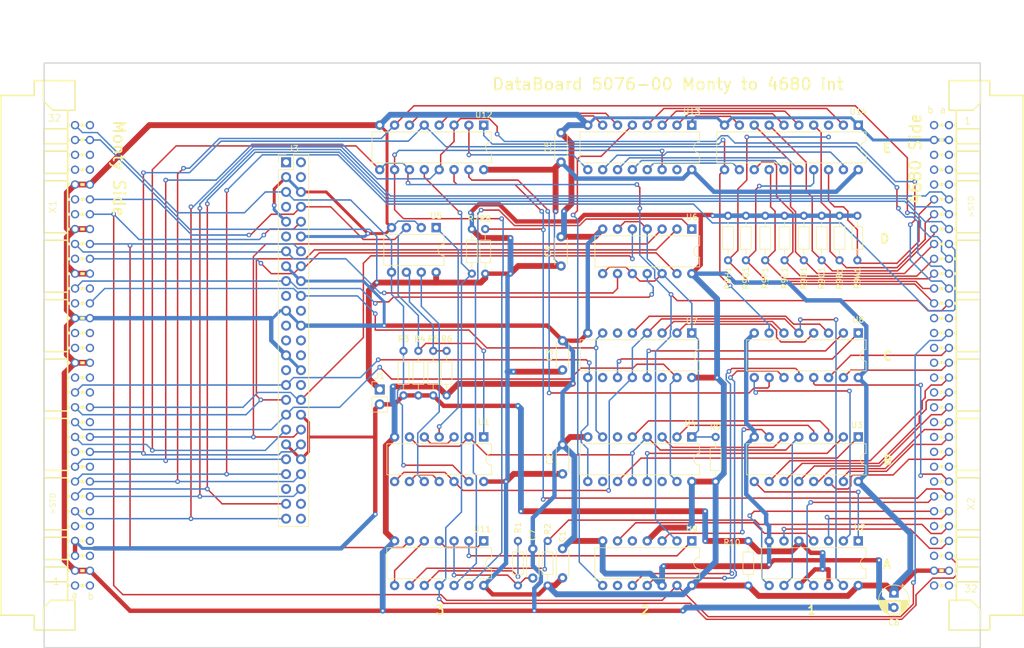
<source format=kicad_pcb>
(kicad_pcb (version 20221018) (generator pcbnew)

  (general
    (thickness 1.6)
  )

  (paper "A4")
  (title_block
    (title "DataBoard 5076-00")
    (company "SweProj")
    (comment 1 "Monty to 4680 int")
  )

  (layers
    (0 "F.Cu" signal)
    (31 "B.Cu" signal)
    (32 "B.Adhes" user "B.Adhesive")
    (33 "F.Adhes" user "F.Adhesive")
    (34 "B.Paste" user)
    (35 "F.Paste" user)
    (36 "B.SilkS" user "B.Silkscreen")
    (37 "F.SilkS" user "F.Silkscreen")
    (38 "B.Mask" user)
    (39 "F.Mask" user)
    (40 "Dwgs.User" user "User.Drawings")
    (41 "Cmts.User" user "User.Comments")
    (42 "Eco1.User" user "User.Eco1")
    (43 "Eco2.User" user "User.Eco2")
    (44 "Edge.Cuts" user)
    (45 "Margin" user)
    (46 "B.CrtYd" user "B.Courtyard")
    (47 "F.CrtYd" user "F.Courtyard")
    (48 "B.Fab" user)
    (49 "F.Fab" user)
    (50 "User.1" user)
    (51 "User.2" user)
    (52 "User.3" user)
    (53 "User.4" user)
    (54 "User.5" user)
    (55 "User.6" user)
    (56 "User.7" user)
    (57 "User.8" user)
    (58 "User.9" user)
  )

  (setup
    (pad_to_mask_clearance 0)
    (pcbplotparams
      (layerselection 0x00010fc_ffffffff)
      (plot_on_all_layers_selection 0x0000000_00000000)
      (disableapertmacros false)
      (usegerberextensions false)
      (usegerberattributes true)
      (usegerberadvancedattributes true)
      (creategerberjobfile true)
      (dashed_line_dash_ratio 12.000000)
      (dashed_line_gap_ratio 3.000000)
      (svgprecision 4)
      (plotframeref false)
      (viasonmask false)
      (mode 1)
      (useauxorigin false)
      (hpglpennumber 1)
      (hpglpenspeed 20)
      (hpglpendiameter 15.000000)
      (dxfpolygonmode true)
      (dxfimperialunits true)
      (dxfusepcbnewfont true)
      (psnegative false)
      (psa4output false)
      (plotreference true)
      (plotvalue true)
      (plotinvisibletext false)
      (sketchpadsonfab false)
      (subtractmaskfromsilk false)
      (outputformat 1)
      (mirror false)
      (drillshape 1)
      (scaleselection 1)
      (outputdirectory "")
    )
  )

  (net 0 "")
  (net 1 "unconnected-(X1A-1-PadA1)")
  (net 2 "Net-(U5-COMREF)")
  (net 3 "Net-(U5-1OUT)")
  (net 4 "unconnected-(X1A-5-PadA5)")
  (net 5 "/1P_6A")
  (net 6 "/1P_8A")
  (net 7 "/1P_9A")
  (net 8 "/1P_12A")
  (net 9 "/1P_13A")
  (net 10 "Net-(U3-~{Y6})")
  (net 11 "Net-(U8-~{Y6})")
  (net 12 "unconnected-(X1A-15-PadA15)")
  (net 13 "Net-(U7-E01)")
  (net 14 "unconnected-(X1A-17-PadA17)")
  (net 15 "unconnected-(X1A-18-PadA18)")
  (net 16 "Net-(U1-Pad11)")
  (net 17 "unconnected-(X1A-20-PadA20)")
  (net 18 "Net-(U5-2OUT)")
  (net 19 "/1P_26B")
  (net 20 "unconnected-(X1A-23-PadA23)")
  (net 21 "unconnected-(X1A-26-PadA26)")
  (net 22 "unconnected-(X1A-27-PadA27)")
  (net 23 "unconnected-(X1A-29-PadA29)")
  (net 24 "unconnected-(X1A-30-PadA30)")
  (net 25 "unconnected-(X1B-1-PadB1)")
  (net 26 "unconnected-(X1B-3-PadB3)")
  (net 27 "unconnected-(X1B-4-PadB4)")
  (net 28 "unconnected-(X1B-5-PadB5)")
  (net 29 "unconnected-(X1B-6-PadB6)")
  (net 30 "/1P_7A")
  (net 31 "/1P_10A")
  (net 32 "unconnected-(X1B-9-PadB9)")
  (net 33 "/1P_11A")
  (net 34 "unconnected-(X1B-12-PadB12)")
  (net 35 "unconnected-(X1B-14-PadB14)")
  (net 36 "unconnected-(X1B-15-PadB15)")
  (net 37 "unconnected-(X1B-17-PadB17)")
  (net 38 "unconnected-(X1B-18-PadB18)")
  (net 39 "/1P_6B")
  (net 40 "/1P_27A")
  (net 41 "unconnected-(X1B-21-PadB21)")
  (net 42 "/1P_7B")
  (net 43 "/1P_8B")
  (net 44 "/1P_30A")
  (net 45 "/1P_9B")
  (net 46 "VCC")
  (net 47 "/1P_10B")
  (net 48 "unconnected-(X1B-29-PadB29)")
  (net 49 "unconnected-(X1B-30-PadB30)")
  (net 50 "/1P_11B")
  (net 51 "unconnected-(X1B-32-PadB32)")
  (net 52 "unconnected-(X2A-1-PadA1)")
  (net 53 "/1P_18A")
  (net 54 "unconnected-(X2A-3-PadA3)")
  (net 55 "unconnected-(X2A-4-PadA4)")
  (net 56 "unconnected-(X2A-5-PadA5)")
  (net 57 "Net-(U12-OEb)")
  (net 58 "unconnected-(X2A-14-PadA14)")
  (net 59 "unconnected-(X2A-24-PadA24)")
  (net 60 "unconnected-(X2A-32-PadA32)")
  (net 61 "unconnected-(X2B-1-PadB1)")
  (net 62 "unconnected-(X2B-3-PadB3)")
  (net 63 "unconnected-(X2B-4-PadB4)")
  (net 64 "unconnected-(X2B-5-PadB5)")
  (net 65 "unconnected-(X2B-14-PadB14)")
  (net 66 "unconnected-(X2B-15-PadB15)")
  (net 67 "unconnected-(X2B-16-PadB16)")
  (net 68 "unconnected-(X2B-17-PadB17)")
  (net 69 "unconnected-(X2B-18-PadB18)")
  (net 70 "unconnected-(X2B-19-PadB19)")
  (net 71 "unconnected-(X2B-20-PadB20)")
  (net 72 "unconnected-(X2B-21-PadB21)")
  (net 73 "unconnected-(X2B-22-PadB22)")
  (net 74 "unconnected-(X2B-23-PadB23)")
  (net 75 "unconnected-(X2B-24-PadB24)")
  (net 76 "unconnected-(X2B-25-PadB25)")
  (net 77 "unconnected-(X2B-28-PadB28)")
  (net 78 "unconnected-(X2B-29-PadB29)")
  (net 79 "unconnected-(X2B-30-PadB30)")
  (net 80 "unconnected-(X2B-32-PadB32)")
  (net 81 "/1P_15A")
  (net 82 "Net-(U4-D0)")
  (net 83 "Net-(U3-~{E2})")
  (net 84 "/1P_12B")
  (net 85 "Net-(U1-Pad3)")
  (net 86 "Net-(U3-A0)")
  (net 87 "/1P_13B")
  (net 88 "/1P_26A")
  (net 89 "Net-(U12-OEa)")
  (net 90 "unconnected-(U7-~{Q1}-Pad6)")
  (net 91 "Net-(U3-A1)")
  (net 92 "Net-(U3-A2)")
  (net 93 "Net-(U3-~{E1})")
  (net 94 "Net-(U3-E3)")
  (net 95 "Net-(R1-Pad2)")
  (net 96 "GND")
  (net 97 "/1P_27B")
  (net 98 "Net-(C7-Pad1)")
  (net 99 "/1P_19A")
  (net 100 "/1P_20A")
  (net 101 "/1P_21A")
  (net 102 "/1P_23A")
  (net 103 "/1P_22A")
  (net 104 "+5V")
  (net 105 "unconnected-(U4-~{Q1}-Pad6)")
  (net 106 "unconnected-(J3-Pin_1-Pad1)")
  (net 107 "unconnected-(J3-Pin_2-Pad2)")
  (net 108 "unconnected-(U4-~{Q2}-Pad10)")
  (net 109 "unconnected-(U4-~{Q3}-Pad14)")
  (net 110 "unconnected-(J3-Pin_4-Pad4)")
  (net 111 "unconnected-(U7-~{Q2}-Pad10)")
  (net 112 "Net-(U7-Q2)")
  (net 113 "Net-(U7-Q3)")
  (net 114 "Net-(U9A-~{Q})")
  (net 115 "/1P_29A")
  (net 116 "Net-(U3-~{Y7})")
  (net 117 "unconnected-(J3-Pin_7-Pad7)")
  (net 118 "unconnected-(U7-~{Q3}-Pad14)")
  (net 119 "Net-(U11-Pad12)")
  (net 120 "Net-(U9A-~{R})")
  (net 121 "Net-(U11-Pad1)")
  (net 122 "Net-(U11-Pad5)")
  (net 123 "unconnected-(U9A-Q-Pad5)")
  (net 124 "Net-(U7-Q1)")
  (net 125 "Net-(U7-~{Q0})")
  (net 126 "Net-(U7-Q0)")
  (net 127 "unconnected-(J3-Pin_11-Pad11)")
  (net 128 "Net-(U8-~{Y4})")
  (net 129 "Net-(U8-~{Y3})")
  (net 130 "/1P_25A")
  (net 131 "/1P_16A")
  (net 132 "/1P_17A")
  (net 133 "Net-(U13-EI)")
  (net 134 "unconnected-(U9B-Q-Pad9)")
  (net 135 "Net-(U12-I1)")
  (net 136 "/1P_28A")
  (net 137 "Net-(U12-I2)")
  (net 138 "Net-(U12-I3)")
  (net 139 "Net-(U12-I4)")
  (net 140 "unconnected-(J3-Pin_19-Pad19)")
  (net 141 "Net-(U13-I4)")
  (net 142 "Net-(U13-I5)")
  (net 143 "Net-(U13-I6)")
  (net 144 "Net-(U13-I7)")
  (net 145 "Net-(U13-IO)")
  (net 146 "Net-(U13-I1)")
  (net 147 "Net-(U13-I2)")
  (net 148 "Net-(U13-I3)")
  (net 149 "unconnected-(U13-EO-Pad15)")
  (net 150 "unconnected-(J3-Pin_22-Pad22)")
  (net 151 "unconnected-(J3-Pin_23-Pad23)")
  (net 152 "unconnected-(J3-Pin_25-Pad25)")
  (net 153 "unconnected-(J3-Pin_26-Pad26)")
  (net 154 "unconnected-(J3-Pin_28-Pad28)")
  (net 155 "unconnected-(J3-Pin_29-Pad29)")
  (net 156 "unconnected-(J3-Pin_32-Pad32)")
  (net 157 "unconnected-(J3-Pin_45-Pad45)")
  (net 158 "unconnected-(J3-Pin_48-Pad48)")
  (net 159 "unconnected-(J3-Pin_50-Pad50)")
  (net 160 "unconnected-(X1A-10-PadA10)")
  (net 161 "/~{XINPSTB}")
  (net 162 "/~{XOUTSTB}")
  (net 163 "/XA5")
  (net 164 "/~{DMARQ}")
  (net 165 "/XA3")
  (net 166 "/XA4")
  (net 167 "/XA1")
  (net 168 "/~{BUSINT}")
  (net 169 "/XA6")
  (net 170 "/XA0")
  (net 171 "/XA7")
  (net 172 "/XA2")

  (footprint "Package_DIP:DIP-16_W7.62mm" (layer "F.Cu") (at 155.702 91.186 -90))

  (footprint "Resistor_THT:R_Axial_DIN0204_L3.6mm_D1.6mm_P7.62mm_Horizontal" (layer "F.Cu") (at 159.766 116.586 90))

  (footprint "Resistor_THT:R_Axial_DIN0204_L3.6mm_D1.6mm_P7.62mm_Horizontal" (layer "F.Cu") (at 171.546 78.74 90))

  (footprint "Package_DIP:DIP-14_W7.62mm" (layer "F.Cu") (at 120.142 126.746 -90))

  (footprint "Resistor_THT:R_Axial_DIN0204_L3.6mm_D1.6mm_P7.62mm_Horizontal" (layer "F.Cu") (at 125.984 134.366 90))

  (footprint "Resistor_THT:R_Axial_DIN0204_L3.6mm_D1.6mm_P7.62mm_Horizontal" (layer "F.Cu") (at 168.244 78.74 90))

  (footprint "Resistor_THT:R_Axial_DIN0204_L3.6mm_D1.6mm_P7.62mm_Horizontal" (layer "F.Cu") (at 131.064 134.366 90))

  (footprint "Resistor_THT:R_Axial_DIN0204_L3.6mm_D1.6mm_P7.62mm_Horizontal" (layer "F.Cu") (at 164.942 78.74 90))

  (footprint "Package_DIP:DIP-20_W7.62mm" (layer "F.Cu") (at 184.15 55.626 -90))

  (footprint "Capacitor_THT:CP_Radial_D5.0mm_P2.50mm" (layer "F.Cu") (at 190.246 135.636 -90))

  (footprint "Resistor_THT:R_Axial_DIN0204_L3.6mm_D1.6mm_P7.62mm_Horizontal" (layer "F.Cu") (at 113.792 101.854 90))

  (footprint "Resistor_THT:R_Axial_DIN0204_L3.6mm_D1.6mm_P7.62mm_Horizontal" (layer "F.Cu") (at 177.896 78.74 90))

  (footprint "Resistor_THT:R_Axial_DIN0204_L3.6mm_D1.6mm_P7.62mm_Horizontal" (layer "F.Cu") (at 180.944 78.74 90))

  (footprint "Package_DIP:DIP-16_W7.62mm" (layer "F.Cu") (at 120.142 55.626 -90))

  (footprint "Package_DIP:DIP-14_W7.62mm" (layer "F.Cu") (at 155.702 73.406 -90))

  (footprint "Capacitor_THT:C_Disc_D4.3mm_W1.9mm_P5.00mm" (layer "F.Cu") (at 133.604 115.276 90))

  (footprint "Resistor_THT:R_Axial_DIN0204_L3.6mm_D1.6mm_P7.62mm_Horizontal" (layer "F.Cu") (at 165.354 126.746 -90))

  (footprint "Capacitor_THT:C_Disc_D4.3mm_W1.9mm_P5.00mm" (layer "F.Cu") (at 133.35 61.936 90))

  (footprint "sm6uax:MAB64B-FAB64Q" (layer "F.Cu") (at 202.184 94.996))

  (footprint "Resistor_THT:R_Axial_DIN0204_L3.6mm_D1.6mm_P7.62mm_Horizontal" (layer "F.Cu") (at 106.426 101.854 90))

  (footprint "Resistor_THT:R_Axial_DIN0204_L3.6mm_D1.6mm_P7.62mm_Horizontal" (layer "F.Cu") (at 161.894 78.74 90))

  (footprint "Connector_PinHeader_2.54mm:PinHeader_2x25_P2.54mm_Vertical" (layer "F.Cu") (at 86.36 61.976))

  (footprint "Connector_PinHeader_2.54mm:PinHeader_1x02_P2.54mm_Vertical" (layer "F.Cu")
    (tstamp 8f2d0c74-a2a1-41bb-8ea2-400d4674df5e)
    (at 102.362 100.838)
    (descr "Through hole straight pin header, 1x02, 2.54mm pitch, single row")
    (tags "Through hole pin header THT 1x02 2.54mm single row")
    (property "
... [340239 chars truncated]
</source>
